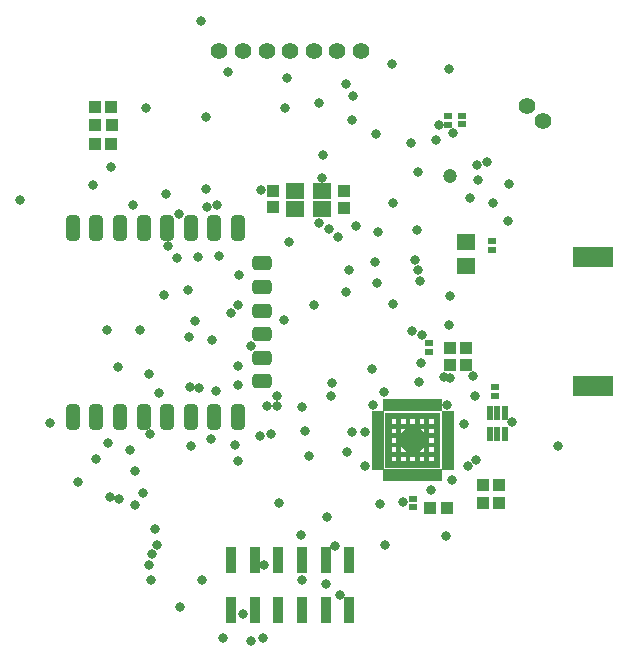
<source format=gts>
%FSLAX43Y43*%
%MOMM*%
G71*
G01*
G75*
G04 Layer_Color=8388736*
%ADD10R,0.600X0.400*%
%ADD11R,1.400X1.200*%
%ADD12R,1.300X1.200*%
%ADD13R,0.900X0.800*%
%ADD14R,4.500X4.500*%
%ADD15R,0.280X0.850*%
%ADD16R,0.850X0.280*%
%ADD17R,0.750X2.000*%
%ADD18R,0.800X0.900*%
%ADD19R,0.350X1.000*%
G04:AMPARAMS|DCode=20|XSize=2mm|YSize=1mm|CornerRadius=0.25mm|HoleSize=0mm|Usage=FLASHONLY|Rotation=90.000|XOffset=0mm|YOffset=0mm|HoleType=Round|Shape=RoundedRectangle|*
%AMROUNDEDRECTD20*
21,1,2.000,0.500,0,0,90.0*
21,1,1.500,1.000,0,0,90.0*
1,1,0.500,0.250,0.750*
1,1,0.500,0.250,-0.750*
1,1,0.500,-0.250,-0.750*
1,1,0.500,-0.250,0.750*
%
%ADD20ROUNDEDRECTD20*%
G04:AMPARAMS|DCode=21|XSize=1.5mm|YSize=1mm|CornerRadius=0.25mm|HoleSize=0mm|Usage=FLASHONLY|Rotation=180.000|XOffset=0mm|YOffset=0mm|HoleType=Round|Shape=RoundedRectangle|*
%AMROUNDEDRECTD21*
21,1,1.500,0.500,0,0,180.0*
21,1,1.000,1.000,0,0,180.0*
1,1,0.500,-0.500,0.250*
1,1,0.500,0.500,0.250*
1,1,0.500,0.500,-0.250*
1,1,0.500,-0.500,-0.250*
%
%ADD21ROUNDEDRECTD21*%
%ADD22R,3.200X1.500*%
%ADD23C,0.254*%
%ADD24R,1.350X0.750*%
%ADD25R,0.000X0.750*%
%ADD26R,8.275X0.800*%
%ADD27R,6.096X0.508*%
%ADD28R,3.161X14.453*%
%ADD29R,7.550X1.775*%
%ADD30C,1.200*%
%ADD31C,1.000*%
%ADD32C,0.600*%
%ADD33C,2.000*%
%ADD34R,1.700X1.700*%
%ADD35R,1.000X1.800*%
%ADD36O,1.550X0.250*%
%ADD37O,0.250X1.550*%
%ADD38R,0.250X0.350*%
%ADD39R,0.350X0.250*%
%ADD40R,0.400X0.600*%
%ADD41R,1.000X1.900*%
%ADD42P,1.131X4X337.5*%
%ADD43P,1.131X4X382.5*%
%ADD44P,1.131X4X247.5*%
%ADD45P,1.131X4X292.5*%
%ADD46O,0.850X0.250*%
%ADD47O,0.250X0.850*%
G04:AMPARAMS|DCode=48|XSize=0.4mm|YSize=0.6mm|CornerRadius=0mm|HoleSize=0mm|Usage=FLASHONLY|Rotation=331.875|XOffset=0mm|YOffset=0mm|HoleType=Round|Shape=Rectangle|*
%AMROTATEDRECTD48*
4,1,4,-0.318,-0.170,-0.035,0.359,0.318,0.170,0.035,-0.359,-0.318,-0.170,0.0*
%
%ADD48ROTATEDRECTD48*%

G04:AMPARAMS|DCode=49|XSize=0.4mm|YSize=0.6mm|CornerRadius=0mm|HoleSize=0mm|Usage=FLASHONLY|Rotation=241.875|XOffset=0mm|YOffset=0mm|HoleType=Round|Shape=Rectangle|*
%AMROTATEDRECTD49*
4,1,4,-0.170,0.318,0.359,0.035,0.170,-0.318,-0.359,-0.035,-0.170,0.318,0.0*
%
%ADD49ROTATEDRECTD49*%

G04:AMPARAMS|DCode=50|XSize=0.4mm|YSize=0.6mm|CornerRadius=0mm|HoleSize=0mm|Usage=FLASHONLY|Rotation=196.875|XOffset=0mm|YOffset=0mm|HoleType=Round|Shape=Rectangle|*
%AMROTATEDRECTD50*
4,1,4,0.104,0.345,0.278,-0.229,-0.104,-0.345,-0.278,0.229,0.104,0.345,0.0*
%
%ADD50ROTATEDRECTD50*%

G04:AMPARAMS|DCode=51|XSize=0.4mm|YSize=0.6mm|CornerRadius=0mm|HoleSize=0mm|Usage=FLASHONLY|Rotation=343.125|XOffset=0mm|YOffset=0mm|HoleType=Round|Shape=Rectangle|*
%AMROTATEDRECTD51*
4,1,4,-0.278,-0.229,-0.104,0.345,0.278,0.229,0.104,-0.345,-0.278,-0.229,0.0*
%
%ADD51ROTATEDRECTD51*%

G04:AMPARAMS|DCode=52|XSize=0.4mm|YSize=0.6mm|CornerRadius=0mm|HoleSize=0mm|Usage=FLASHONLY|Rotation=303.750|XOffset=0mm|YOffset=0mm|HoleType=Round|Shape=Rectangle|*
%AMROTATEDRECTD52*
4,1,4,-0.361,-0.000,0.138,0.333,0.361,0.000,-0.138,-0.333,-0.361,-0.000,0.0*
%
%ADD52ROTATEDRECTD52*%

%ADD53R,1.200X1.400*%
%ADD54R,1.700X1.600*%
G04:AMPARAMS|DCode=55|XSize=1.6mm|YSize=1.7mm|CornerRadius=0mm|HoleSize=0mm|Usage=FLASHONLY|Rotation=151.875|XOffset=0mm|YOffset=0mm|HoleType=Round|Shape=Rectangle|*
%AMROTATEDRECTD55*
4,1,4,1.106,0.373,0.305,-1.127,-1.106,-0.373,-0.305,1.127,1.106,0.373,0.0*
%
%ADD55ROTATEDRECTD55*%

%ADD56R,0.025X0.025*%
%ADD57R,0.803X0.603*%
%ADD58R,1.603X1.403*%
%ADD59R,1.503X1.403*%
%ADD60R,1.103X1.003*%
%ADD61R,0.030X0.030*%
%ADD62R,0.483X1.053*%
%ADD63R,1.053X0.483*%
%ADD64R,0.953X2.203*%
%ADD65R,1.003X1.103*%
%ADD66R,0.553X1.203*%
G04:AMPARAMS|DCode=67|XSize=2.203mm|YSize=1.203mm|CornerRadius=0.352mm|HoleSize=0mm|Usage=FLASHONLY|Rotation=90.000|XOffset=0mm|YOffset=0mm|HoleType=Round|Shape=RoundedRectangle|*
%AMROUNDEDRECTD67*
21,1,2.203,0.500,0,0,90.0*
21,1,1.500,1.203,0,0,90.0*
1,1,0.703,0.250,0.750*
1,1,0.703,0.250,-0.750*
1,1,0.703,-0.250,-0.750*
1,1,0.703,-0.250,0.750*
%
%ADD67ROUNDEDRECTD67*%
G04:AMPARAMS|DCode=68|XSize=1.703mm|YSize=1.203mm|CornerRadius=0.352mm|HoleSize=0mm|Usage=FLASHONLY|Rotation=180.000|XOffset=0mm|YOffset=0mm|HoleType=Round|Shape=RoundedRectangle|*
%AMROUNDEDRECTD68*
21,1,1.703,0.500,0,0,180.0*
21,1,1.000,1.203,0,0,180.0*
1,1,0.703,-0.500,0.250*
1,1,0.703,0.500,0.250*
1,1,0.703,0.500,-0.250*
1,1,0.703,-0.500,-0.250*
%
%ADD68ROUNDEDRECTD68*%
%ADD69R,3.403X1.703*%
%ADD70C,1.403*%
%ADD71C,1.203*%
%ADD72C,0.803*%
%ADD73C,2.203*%
G36*
X7895Y-9410D02*
X6905D01*
Y-8990D01*
X7895D01*
Y-9410D01*
D02*
G37*
G36*
Y-12410D02*
X6905D01*
Y-11990D01*
X7895D01*
Y-12410D01*
D02*
G37*
G36*
X13845Y-9410D02*
X12855D01*
Y-8990D01*
X13845D01*
Y-9410D01*
D02*
G37*
G36*
X7895Y-9910D02*
X6905D01*
Y-9490D01*
X7895D01*
Y-9910D01*
D02*
G37*
G36*
X13845D02*
X12855D01*
Y-9490D01*
X13845D01*
Y-9910D01*
D02*
G37*
G36*
X11335Y-13420D02*
X10916D01*
Y-12430D01*
X11335D01*
Y-13420D01*
D02*
G37*
G36*
X7895Y-8910D02*
X6905D01*
Y-8490D01*
X7895D01*
Y-8910D01*
D02*
G37*
G36*
X11835Y-13420D02*
X11416D01*
Y-12430D01*
X11835D01*
Y-13420D01*
D02*
G37*
G36*
X12835D02*
X12416D01*
Y-12430D01*
X12835D01*
Y-13420D01*
D02*
G37*
G36*
X12335D02*
X11916D01*
Y-12430D01*
X12335D01*
Y-13420D01*
D02*
G37*
G36*
X13845Y-10910D02*
X12855D01*
Y-10490D01*
X13845D01*
Y-10910D01*
D02*
G37*
G36*
X7895Y-10410D02*
X6905D01*
Y-9990D01*
X7895D01*
Y-10410D01*
D02*
G37*
G36*
Y-10910D02*
X6905D01*
Y-10490D01*
X7895D01*
Y-10910D01*
D02*
G37*
G36*
X13845Y-11410D02*
X12855D01*
Y-10990D01*
X13845D01*
Y-11410D01*
D02*
G37*
G36*
X7895D02*
X6905D01*
Y-10990D01*
X7895D01*
Y-11410D01*
D02*
G37*
G36*
X12689Y-8175D02*
Y-8575D01*
Y-8963D01*
Y-9363D01*
Y-9750D01*
Y-10150D01*
Y-10537D01*
Y-10937D01*
Y-11325D01*
Y-11725D01*
Y-12264D01*
X8061D01*
Y-11325D01*
Y-10937D01*
Y-10537D01*
Y-10150D01*
Y-9750D01*
Y-9363D01*
Y-8963D01*
Y-8575D01*
Y-8175D01*
Y-7636D01*
X12689D01*
Y-8175D01*
D02*
G37*
G36*
X13845Y-12410D02*
X12855D01*
Y-11990D01*
X13845D01*
Y-12410D01*
D02*
G37*
G36*
Y-11910D02*
X12855D01*
Y-11490D01*
X13845D01*
Y-11910D01*
D02*
G37*
G36*
Y-10410D02*
X12855D01*
Y-9990D01*
X13845D01*
Y-10410D01*
D02*
G37*
G36*
X7895Y-11910D02*
X6905D01*
Y-11490D01*
X7895D01*
Y-11910D01*
D02*
G37*
G36*
X9834Y-7470D02*
X9415D01*
Y-6480D01*
X9834D01*
Y-7470D01*
D02*
G37*
G36*
X10335D02*
X9915D01*
Y-6480D01*
X10335D01*
Y-7470D01*
D02*
G37*
G36*
X9334D02*
X8915D01*
Y-6480D01*
X9334D01*
Y-7470D01*
D02*
G37*
G36*
X8334D02*
X7915D01*
Y-6480D01*
X8334D01*
Y-7470D01*
D02*
G37*
G36*
X8834D02*
X8415D01*
Y-6480D01*
X8834D01*
Y-7470D01*
D02*
G37*
G36*
X12335D02*
X11916D01*
Y-6480D01*
X12335D01*
Y-7470D01*
D02*
G37*
G36*
X12835D02*
X12416D01*
Y-6480D01*
X12835D01*
Y-7470D01*
D02*
G37*
G36*
X11835D02*
X11416D01*
Y-6480D01*
X11835D01*
Y-7470D01*
D02*
G37*
G36*
X10835D02*
X10415D01*
Y-6480D01*
X10835D01*
Y-7470D01*
D02*
G37*
G36*
X11335D02*
X10916D01*
Y-6480D01*
X11335D01*
Y-7470D01*
D02*
G37*
G36*
X9834Y-13420D02*
X9415D01*
Y-12430D01*
X9834D01*
Y-13420D01*
D02*
G37*
G36*
X9334D02*
X8915D01*
Y-12430D01*
X9334D01*
Y-13420D01*
D02*
G37*
G36*
X10335D02*
X9915D01*
Y-12430D01*
X10335D01*
Y-13420D01*
D02*
G37*
G36*
X13845Y-8910D02*
X12855D01*
Y-8490D01*
X13845D01*
Y-8910D01*
D02*
G37*
G36*
X10835Y-13420D02*
X10415D01*
Y-12430D01*
X10835D01*
Y-13420D01*
D02*
G37*
G36*
X8834D02*
X8415D01*
Y-12430D01*
X8834D01*
Y-13420D01*
D02*
G37*
G36*
X13845Y-8410D02*
X12855D01*
Y-7990D01*
X13845D01*
Y-8410D01*
D02*
G37*
G36*
X7895Y-7910D02*
X6905D01*
Y-7490D01*
X7895D01*
Y-7910D01*
D02*
G37*
G36*
X13845D02*
X12855D01*
Y-7490D01*
X13845D01*
Y-7910D01*
D02*
G37*
G36*
X7895Y-8410D02*
X6905D01*
Y-7990D01*
X7895D01*
Y-8410D01*
D02*
G37*
%LPC*%
G36*
X12150Y-11325D02*
X11750D01*
Y-11725D01*
X12150D01*
Y-11325D01*
D02*
G37*
G36*
X11362D02*
X10962D01*
Y-11725D01*
X11362D01*
Y-11325D01*
D02*
G37*
G36*
X9000D02*
X8600D01*
Y-11725D01*
X9000D01*
Y-11325D01*
D02*
G37*
G36*
X9788D02*
X9388D01*
Y-11725D01*
X9788D01*
Y-11325D01*
D02*
G37*
G36*
X10575D02*
X10175D01*
Y-11725D01*
X10575D01*
Y-11325D01*
D02*
G37*
G36*
X11362Y-8963D02*
X10962D01*
Y-9363D01*
X11362D01*
Y-8963D01*
D02*
G37*
G36*
X12150D02*
X11750D01*
Y-9363D01*
X12150D01*
Y-8963D01*
D02*
G37*
G36*
X10575D02*
X10175D01*
Y-9363D01*
X10575D01*
Y-8963D01*
D02*
G37*
G36*
X9000D02*
X8600D01*
Y-9363D01*
X9000D01*
Y-8963D01*
D02*
G37*
G36*
X9788D02*
X9388D01*
Y-9363D01*
X9788D01*
Y-8963D01*
D02*
G37*
G36*
X11362Y-8175D02*
X10962D01*
Y-8575D01*
X11362D01*
Y-8175D01*
D02*
G37*
G36*
X12150D02*
X11750D01*
Y-8575D01*
X12150D01*
Y-8175D01*
D02*
G37*
G36*
X10575D02*
X10175D01*
Y-8575D01*
X10575D01*
Y-8175D01*
D02*
G37*
G36*
X9000D02*
X8600D01*
Y-8575D01*
X9000D01*
Y-8175D01*
D02*
G37*
G36*
X9788D02*
X9388D01*
Y-8575D01*
X9788D01*
Y-8175D01*
D02*
G37*
G36*
X11362Y-10537D02*
X10962D01*
Y-10937D01*
X11362D01*
Y-10537D01*
D02*
G37*
G36*
X12150D02*
X11750D01*
Y-10937D01*
X12150D01*
Y-10537D01*
D02*
G37*
G36*
X10575D02*
X10175D01*
Y-10937D01*
X10575D01*
Y-10537D01*
D02*
G37*
G36*
X9000D02*
X8600D01*
Y-10937D01*
X9000D01*
Y-10537D01*
D02*
G37*
G36*
X9788D02*
X9388D01*
Y-10937D01*
X9788D01*
Y-10537D01*
D02*
G37*
G36*
X11362Y-9750D02*
X10962D01*
Y-10150D01*
X11362D01*
Y-9750D01*
D02*
G37*
G36*
X12150D02*
X11750D01*
Y-10150D01*
X12150D01*
Y-9750D01*
D02*
G37*
G36*
X10575D02*
X10175D01*
Y-10150D01*
X10575D01*
Y-9750D01*
D02*
G37*
G36*
X9000D02*
X8600D01*
Y-10150D01*
X9000D01*
Y-9750D01*
D02*
G37*
G36*
X9788D02*
X9388D01*
Y-10150D01*
X9788D01*
Y-9750D01*
D02*
G37*
%LPD*%
D57*
X17125Y6150D02*
D03*
Y6900D02*
D03*
X17325Y-6200D02*
D03*
Y-5450D02*
D03*
X10375Y-14875D02*
D03*
Y-15625D02*
D03*
X13325Y17525D02*
D03*
Y16775D02*
D03*
X14525Y17550D02*
D03*
Y16800D02*
D03*
X11725Y-2475D02*
D03*
X11725Y-1725D02*
D03*
D58*
X14925Y4825D02*
D03*
Y6825D02*
D03*
D59*
X400Y9600D02*
D03*
X2700D02*
D03*
Y11200D02*
D03*
X400D02*
D03*
D60*
X-1475Y9775D02*
D03*
Y11175D02*
D03*
X4525Y9750D02*
D03*
Y11150D02*
D03*
X13517Y-2147D02*
D03*
Y-3547D02*
D03*
X14914Y-2147D02*
D03*
Y-3547D02*
D03*
D61*
X10375Y-9950D02*
D03*
D62*
X8124Y-6975D02*
D03*
X8625D02*
D03*
X9125D02*
D03*
X9625D02*
D03*
X10125D02*
D03*
X10625D02*
D03*
X11125D02*
D03*
X11625D02*
D03*
X12125D02*
D03*
X12626D02*
D03*
Y-12925D02*
D03*
X12125D02*
D03*
X11625D02*
D03*
X11125D02*
D03*
X10625D02*
D03*
X10125D02*
D03*
X9625D02*
D03*
X9125D02*
D03*
X8625D02*
D03*
X8124D02*
D03*
D63*
X13350Y-7700D02*
D03*
Y-8200D02*
D03*
Y-8700D02*
D03*
Y-9200D02*
D03*
Y-9700D02*
D03*
Y-10200D02*
D03*
Y-10700D02*
D03*
Y-11200D02*
D03*
Y-11700D02*
D03*
Y-12200D02*
D03*
X7400D02*
D03*
Y-11700D02*
D03*
Y-11200D02*
D03*
Y-10700D02*
D03*
Y-10200D02*
D03*
Y-9700D02*
D03*
Y-9200D02*
D03*
Y-8700D02*
D03*
Y-8200D02*
D03*
Y-7700D02*
D03*
D64*
X5000Y-24350D02*
D03*
X3000D02*
D03*
X1000D02*
D03*
X-1000D02*
D03*
X-3000D02*
D03*
X-5000D02*
D03*
Y-20100D02*
D03*
X-3000D02*
D03*
X-1000D02*
D03*
X1000Y-20100D02*
D03*
X3000Y-20100D02*
D03*
X5000D02*
D03*
D65*
X17711Y-13736D02*
D03*
X16311D02*
D03*
X17711Y-15260D02*
D03*
X16311D02*
D03*
X13275Y-15650D02*
D03*
X11875D02*
D03*
X-16550Y15175D02*
D03*
X-15150D02*
D03*
X-16525Y16750D02*
D03*
X-15125D02*
D03*
X-16550Y18275D02*
D03*
X-15150D02*
D03*
D66*
X18200Y-7625D02*
D03*
X17550D02*
D03*
X16900D02*
D03*
Y-9425D02*
D03*
X17550D02*
D03*
X18200D02*
D03*
D67*
X-18415Y-7962D02*
D03*
X-16415D02*
D03*
X-14415D02*
D03*
X-12415D02*
D03*
X-10415D02*
D03*
X-8415D02*
D03*
X-6415D02*
D03*
X-4415D02*
D03*
Y8038D02*
D03*
X-6415Y8038D02*
D03*
X-8415Y8038D02*
D03*
X-10415D02*
D03*
X-12415D02*
D03*
X-14415D02*
D03*
X-16415D02*
D03*
X-18415D02*
D03*
D68*
X-2415Y-4962D02*
D03*
X-2415Y-2962D02*
D03*
X-2415Y-962D02*
D03*
Y1038D02*
D03*
Y3038D02*
D03*
Y5038D02*
D03*
D69*
X25654Y5566D02*
D03*
Y-5334D02*
D03*
D70*
X6000Y22987D02*
D03*
X4000D02*
D03*
X2000D02*
D03*
X0D02*
D03*
X-2000D02*
D03*
X-4000D02*
D03*
X-6000D02*
D03*
X20053Y18397D02*
D03*
X21400Y17050D02*
D03*
D71*
X13500Y12400D02*
D03*
D72*
X18800Y-8407D02*
D03*
X6975Y-6950D02*
D03*
X15075Y-12100D02*
D03*
X13659Y-13313D02*
D03*
X11913Y-14173D02*
D03*
X-15150Y13225D02*
D03*
X14681Y-8560D02*
D03*
X965Y-7112D02*
D03*
X-4415Y-5262D02*
D03*
X-12242Y18225D02*
D03*
X-4415Y-3670D02*
D03*
X-432Y18212D02*
D03*
X5613Y8179D02*
D03*
X7366Y3378D02*
D03*
X7450Y7660D02*
D03*
X22657Y-10465D02*
D03*
X12387Y15519D02*
D03*
X15240Y10592D02*
D03*
X11030Y3562D02*
D03*
X10820Y4470D02*
D03*
X8698Y1597D02*
D03*
X-3353Y-1956D02*
D03*
X-7772Y5563D02*
D03*
X-2438Y11252D02*
D03*
X3000Y-22146D02*
D03*
X-965Y-15291D02*
D03*
X1000Y-21784D02*
D03*
X3480Y-6223D02*
D03*
X4013Y7225D02*
D03*
X10262Y15265D02*
D03*
X13487Y21488D02*
D03*
X-8509Y-5410D02*
D03*
X-2286Y-26670D02*
D03*
X-17971Y-13500D02*
D03*
X-6591Y-1460D02*
D03*
X3810Y-18923D02*
D03*
X9576Y-15164D02*
D03*
X10338Y-711D02*
D03*
X2794Y14224D02*
D03*
X-10490Y10871D02*
D03*
X5202Y17170D02*
D03*
X7235Y16020D02*
D03*
X-10338Y6528D02*
D03*
X10744Y7831D02*
D03*
X2430Y18644D02*
D03*
X10871Y-5004D02*
D03*
X11125Y-1067D02*
D03*
X-254Y20701D02*
D03*
X-7087Y17424D02*
D03*
Y11354D02*
D03*
X-9575Y5486D02*
D03*
X-11818Y-21768D02*
D03*
X-7468D02*
D03*
X-6680Y-9819D02*
D03*
X3327Y7976D02*
D03*
X1575Y-11278D02*
D03*
X17135Y10185D02*
D03*
X16688Y13589D02*
D03*
X-13562Y-10787D02*
D03*
X-12479Y-14450D02*
D03*
X4724Y2616D02*
D03*
X7569Y-15313D02*
D03*
X2007Y1499D02*
D03*
X8732Y10155D02*
D03*
X10566Y5334D02*
D03*
X13513Y2235D02*
D03*
X15867Y12065D02*
D03*
X5207Y-9271D02*
D03*
X-11684Y-19583D02*
D03*
X-11989Y-4293D02*
D03*
X4801Y-10948D02*
D03*
X3136Y-16447D02*
D03*
X-6271Y-5733D02*
D03*
X-13106Y-12522D02*
D03*
Y-15443D02*
D03*
X-14478Y-14950D02*
D03*
X-15418Y-10160D02*
D03*
X-14605Y-3708D02*
D03*
X-8077Y127D02*
D03*
X914Y-17994D02*
D03*
X-1092Y-6198D02*
D03*
X-533Y254D02*
D03*
X-8534Y-1219D02*
D03*
X-11430Y-17475D02*
D03*
X6325Y-9271D02*
D03*
Y-12141D02*
D03*
X3542Y-5131D02*
D03*
X7163Y5180D02*
D03*
X2700Y12300D02*
D03*
X-9387Y9195D02*
D03*
X1245Y-9144D02*
D03*
X2464Y8484D02*
D03*
X-11243Y-18806D02*
D03*
X-1143Y-7010D02*
D03*
X13462Y-178D02*
D03*
X-12725Y-610D02*
D03*
X-15494D02*
D03*
X-20320Y-8484D02*
D03*
X10820Y12776D02*
D03*
X-4293Y4039D02*
D03*
X-103Y6818D02*
D03*
X5013Y4445D02*
D03*
X5326Y19236D02*
D03*
X-7696Y-5535D02*
D03*
X-10649Y2337D02*
D03*
X-8433Y-10389D02*
D03*
X-5025Y847D02*
D03*
X-4394Y1499D02*
D03*
X-8661Y2743D02*
D03*
X12624Y16775D02*
D03*
X-11887Y-9449D02*
D03*
X-5715Y-26670D02*
D03*
X13183Y-18059D02*
D03*
X-16662Y11709D02*
D03*
X-4428Y-11676D02*
D03*
X6960Y-3912D02*
D03*
X-4648Y-10363D02*
D03*
X7998Y-18847D02*
D03*
X-7025Y9834D02*
D03*
X-22900Y10395D02*
D03*
X-6198Y9957D02*
D03*
X-7575Y25578D02*
D03*
X-9322Y-24079D02*
D03*
X-11074Y-5906D02*
D03*
X-1651Y-9449D02*
D03*
X-13287Y9973D02*
D03*
X4699Y20244D02*
D03*
X8636Y21895D02*
D03*
X-5283Y21209D02*
D03*
X-6025Y5672D02*
D03*
X13792Y16104D02*
D03*
X-3277Y-26899D02*
D03*
X-15286Y-14732D02*
D03*
X-16459Y-11532D02*
D03*
X-2235Y-20472D02*
D03*
X-11963D02*
D03*
X18408Y8641D02*
D03*
X7925Y-5842D02*
D03*
X-2590Y-9550D02*
D03*
X-1956Y-7036D02*
D03*
X18542Y11742D02*
D03*
X11075Y-3402D02*
D03*
X13259Y-6960D02*
D03*
X13009Y-4630D02*
D03*
X15850Y13386D02*
D03*
X15646Y-6200D02*
D03*
X-3988Y-24663D02*
D03*
X15734Y-11606D02*
D03*
X13517Y-4699D02*
D03*
X15509Y-4496D02*
D03*
X4177Y-23012D02*
D03*
D73*
X10375Y-9950D02*
D03*
M02*

</source>
